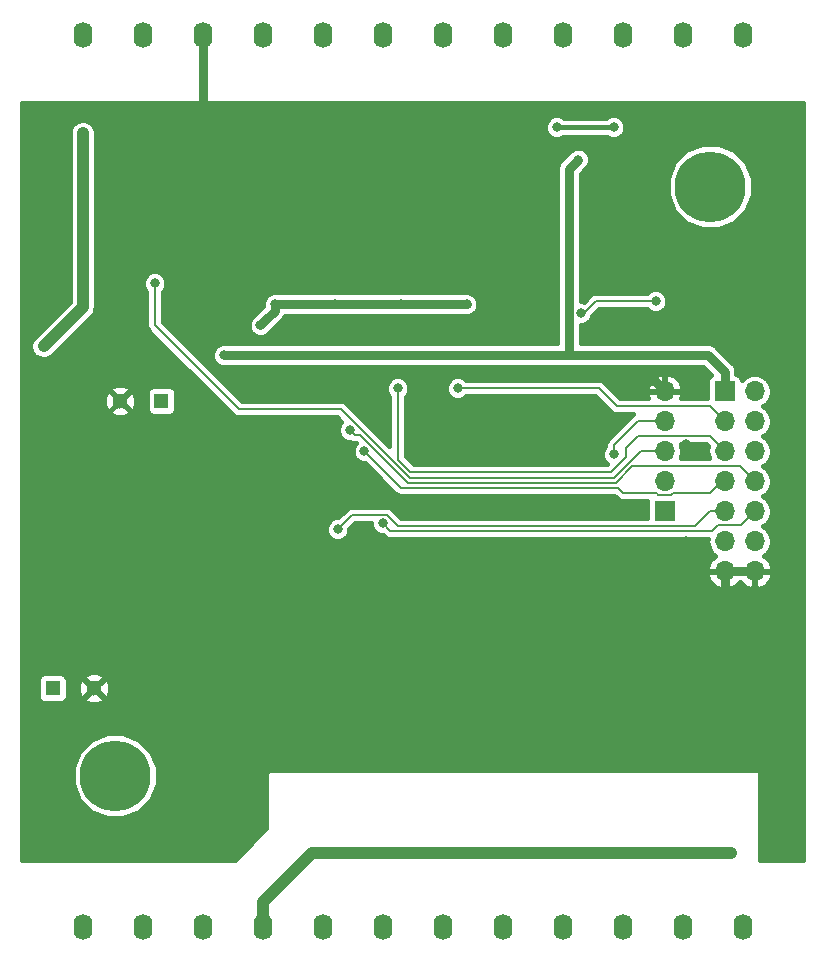
<source format=gbl>
G04 #@! TF.GenerationSoftware,KiCad,Pcbnew,5.0.2*
G04 #@! TF.CreationDate,2018-12-28T21:36:43+01:00*
G04 #@! TF.ProjectId,esp32control,65737033-3263-46f6-9e74-726f6c2e6b69,rev?*
G04 #@! TF.SameCoordinates,Original*
G04 #@! TF.FileFunction,Copper,L2,Bot*
G04 #@! TF.FilePolarity,Positive*
%FSLAX46Y46*%
G04 Gerber Fmt 4.6, Leading zero omitted, Abs format (unit mm)*
G04 Created by KiCad (PCBNEW 5.0.2) date Fr 28 Dez 2018 21:36:43 CET*
%MOMM*%
%LPD*%
G01*
G04 APERTURE LIST*
G04 #@! TA.AperFunction,ComponentPad*
%ADD10O,1.600000X2.200000*%
G04 #@! TD*
G04 #@! TA.AperFunction,WasherPad*
%ADD11C,6.000000*%
G04 #@! TD*
G04 #@! TA.AperFunction,ComponentPad*
%ADD12O,1.700000X1.700000*%
G04 #@! TD*
G04 #@! TA.AperFunction,ComponentPad*
%ADD13R,1.700000X1.700000*%
G04 #@! TD*
G04 #@! TA.AperFunction,ComponentPad*
%ADD14C,1.300000*%
G04 #@! TD*
G04 #@! TA.AperFunction,ComponentPad*
%ADD15R,1.300000X1.300000*%
G04 #@! TD*
G04 #@! TA.AperFunction,ViaPad*
%ADD16C,0.800000*%
G04 #@! TD*
G04 #@! TA.AperFunction,Conductor*
%ADD17C,0.800000*%
G04 #@! TD*
G04 #@! TA.AperFunction,Conductor*
%ADD18C,0.600000*%
G04 #@! TD*
G04 #@! TA.AperFunction,Conductor*
%ADD19C,0.200000*%
G04 #@! TD*
G04 #@! TA.AperFunction,Conductor*
%ADD20C,1.000000*%
G04 #@! TD*
G04 #@! TA.AperFunction,Conductor*
%ADD21C,0.400000*%
G04 #@! TD*
G04 APERTURE END LIST*
D10*
G04 #@! TO.P,U11,1*
G04 #@! TO.N,/Vin*
X57368500Y-116868500D03*
G04 #@! TO.P,U11,2*
G04 #@! TO.N,GND*
X62448500Y-116868500D03*
G04 #@! TO.P,U11,3*
G04 #@! TO.N,/VREF*
X67528500Y-116868500D03*
G04 #@! TO.P,U11,4*
G04 #@! TO.N,/GNDA*
X72608500Y-116868500D03*
G04 #@! TO.P,U11,5*
G04 #@! TO.N,/OUT1*
X77688500Y-116868500D03*
G04 #@! TO.P,U11,6*
G04 #@! TO.N,/GNDA*
X82768500Y-116868500D03*
G04 #@! TO.P,U11,7*
G04 #@! TO.N,/OUT2*
X87848500Y-116868500D03*
G04 #@! TO.P,U11,8*
G04 #@! TO.N,/GNDA*
X92928500Y-116868500D03*
G04 #@! TO.P,U11,9*
G04 #@! TO.N,/OUT3*
X98008500Y-116868500D03*
G04 #@! TO.P,U11,10*
G04 #@! TO.N,/GNDA*
X103088500Y-116868500D03*
G04 #@! TO.P,U11,11*
G04 #@! TO.N,/OUT4*
X108168500Y-116868500D03*
G04 #@! TO.P,U11,12*
G04 #@! TO.N,/GNDA*
X113248500Y-116868500D03*
G04 #@! TO.P,U11,13*
G04 #@! TO.N,+24V*
X57368500Y-41368500D03*
G04 #@! TO.P,U11,14*
G04 #@! TO.N,VCOM*
X62448500Y-41368500D03*
G04 #@! TO.P,U11,15*
G04 #@! TO.N,GND*
X67528500Y-41368500D03*
G04 #@! TO.P,U11,16*
G04 #@! TO.N,/IN1*
X72608500Y-41368500D03*
G04 #@! TO.P,U11,17*
G04 #@! TO.N,/IN2*
X77688500Y-41368500D03*
G04 #@! TO.P,U11,18*
G04 #@! TO.N,/IN3*
X82768500Y-41368500D03*
G04 #@! TO.P,U11,19*
G04 #@! TO.N,/IN4*
X87848500Y-41368500D03*
G04 #@! TO.P,U11,20*
G04 #@! TO.N,+3V3*
X92928500Y-41368500D03*
G04 #@! TO.P,U11,21*
G04 #@! TO.N,/+5V*
X98008500Y-41368500D03*
G04 #@! TO.P,U11,22*
G04 #@! TO.N,Net-(R14-Pad2)*
X103088500Y-41368500D03*
G04 #@! TO.P,U11,23*
G04 #@! TO.N,Net-(R15-Pad2)*
X108168500Y-41368500D03*
G04 #@! TO.P,U11,24*
G04 #@! TO.N,GND*
X113248500Y-41368500D03*
D11*
G04 #@! TO.P,U11,*
G04 #@! TO.N,*
X60108500Y-104068500D03*
X110508500Y-54168500D03*
G04 #@! TD*
D12*
G04 #@! TO.P,J1,14*
G04 #@! TO.N,GND*
X114264500Y-86738500D03*
G04 #@! TO.P,J1,13*
X111724500Y-86738500D03*
G04 #@! TO.P,J1,12*
G04 #@! TO.N,/SDA*
X114264500Y-84198500D03*
G04 #@! TO.P,J1,11*
G04 #@! TO.N,/SCL*
X111724500Y-84198500D03*
G04 #@! TO.P,J1,10*
G04 #@! TO.N,/IO5*
X114264500Y-81658500D03*
G04 #@! TO.P,J1,9*
G04 #@! TO.N,/IO4*
X111724500Y-81658500D03*
G04 #@! TO.P,J1,8*
G04 #@! TO.N,/IO27*
X114264500Y-79118500D03*
G04 #@! TO.P,J1,7*
G04 #@! TO.N,/IO26*
X111724500Y-79118500D03*
G04 #@! TO.P,J1,6*
G04 #@! TO.N,/IO25*
X114264500Y-76578500D03*
G04 #@! TO.P,J1,5*
G04 #@! TO.N,/IO33*
X111724500Y-76578500D03*
G04 #@! TO.P,J1,4*
G04 #@! TO.N,/IO32*
X114264500Y-74038500D03*
G04 #@! TO.P,J1,3*
G04 #@! TO.N,/IO39*
X111724500Y-74038500D03*
G04 #@! TO.P,J1,2*
G04 #@! TO.N,/IO36*
X114264500Y-71498500D03*
D13*
G04 #@! TO.P,J1,1*
G04 #@! TO.N,/+5V*
X111724500Y-71498500D03*
G04 #@! TD*
G04 #@! TO.P,P1,1*
G04 #@! TO.N,Net-(P1-Pad1)*
X106640500Y-81658500D03*
D12*
G04 #@! TO.P,P1,2*
G04 #@! TO.N,Net-(P1-Pad2)*
X106640500Y-79118500D03*
G04 #@! TO.P,P1,3*
G04 #@! TO.N,/nReset*
X106640500Y-76578500D03*
G04 #@! TO.P,P1,4*
G04 #@! TO.N,/nBoot*
X106640500Y-74038500D03*
G04 #@! TO.P,P1,5*
G04 #@! TO.N,GND*
X106640500Y-71498500D03*
G04 #@! TD*
D14*
G04 #@! TO.P,C25,2*
G04 #@! TO.N,GND*
X60536000Y-72324000D03*
D15*
G04 #@! TO.P,C25,1*
G04 #@! TO.N,/+5V*
X64036000Y-72324000D03*
G04 #@! TD*
D14*
G04 #@! TO.P,C28,2*
G04 #@! TO.N,GND*
X58328500Y-96644500D03*
D15*
G04 #@! TO.P,C28,1*
G04 #@! TO.N,+24V*
X54828500Y-96644500D03*
G04 #@! TD*
D16*
G04 #@! TO.N,GND*
X80228500Y-95120500D03*
X80228500Y-95120500D03*
X89880500Y-95120500D03*
X100040500Y-95120500D03*
X109438500Y-95120500D03*
X70322500Y-106094000D03*
X67560000Y-110868500D03*
X94178000Y-86738500D03*
X94198500Y-75562500D03*
X94198500Y-72514500D03*
X94198500Y-69974500D03*
X66056000Y-65097000D03*
X70803000Y-57556000D03*
X75910500Y-57274500D03*
X81752500Y-57274500D03*
X86518500Y-57274500D03*
X74132500Y-94866492D03*
X67794500Y-90282500D03*
X112994500Y-47368500D03*
X100802500Y-58067992D03*
X56416000Y-86992500D03*
X74386504Y-70355500D03*
X115534500Y-110614500D03*
X117820500Y-110614500D03*
X117820500Y-107058500D03*
X117820500Y-99692500D03*
X118074500Y-92072500D03*
X118074500Y-84198500D03*
X118074500Y-74038500D03*
X118074500Y-63878500D03*
X118074500Y-56004500D03*
X118074500Y-47622500D03*
X52796500Y-66418500D03*
X52542500Y-57782500D03*
X53050500Y-101978500D03*
X53050500Y-89278500D03*
X103850500Y-89532500D03*
X108422500Y-84198500D03*
X78450500Y-80642500D03*
X78958500Y-70482500D03*
X81498500Y-62608500D03*
X101202499Y-52702500D03*
X106390500Y-47368500D03*
X105882500Y-61338500D03*
X91658500Y-75562500D03*
X78450500Y-77340500D03*
X63464500Y-57782500D03*
X75148500Y-65656500D03*
X108422500Y-76008510D03*
X67782500Y-57782500D03*
X74640500Y-86484500D03*
X76672500Y-83182500D03*
X70322500Y-102994500D03*
X74640500Y-88516500D03*
G04 #@! TO.N,+3V3*
X73624500Y-64132500D03*
X89880500Y-64132500D03*
X84292500Y-64132500D03*
X78704500Y-64132500D03*
X72416490Y-65910516D03*
G04 #@! TO.N,/nReset*
X63464500Y-62354500D03*
G04 #@! TO.N,+24V*
X57368500Y-49654500D03*
X54066500Y-67688500D03*
G04 #@! TO.N,/nBoot*
X102326494Y-76832500D03*
G04 #@! TO.N,/+5V*
X99330000Y-51889000D03*
X69306504Y-68450500D03*
G04 #@! TO.N,Net-(R14-Pad2)*
X102326500Y-49146500D03*
X97500500Y-49146500D03*
G04 #@! TO.N,/SDA*
X105882500Y-63878500D03*
X99532500Y-64894500D03*
G04 #@! TO.N,/IO5*
X82768500Y-82674500D03*
G04 #@! TO.N,/IO4*
X78958500Y-83182500D03*
G04 #@! TO.N,/IO27*
X79987517Y-74787481D03*
G04 #@! TO.N,/IO26*
X81228668Y-76594332D03*
G04 #@! TO.N,/IO33*
X84038500Y-71244500D03*
G04 #@! TO.N,/IO39*
X89118500Y-71244500D03*
G04 #@! TO.N,/GNDA*
X82419000Y-110614500D03*
X92452000Y-110614500D03*
X102612000Y-110614500D03*
X112264000Y-110614500D03*
G04 #@! TD*
D17*
G04 #@! TO.N,GND*
X100040500Y-95120500D02*
X109438500Y-95120500D01*
X89880500Y-95120500D02*
X94198500Y-95120500D01*
X94198500Y-95120500D02*
X100040500Y-95120500D01*
X82260500Y-95120500D02*
X80228500Y-95120500D01*
X82260500Y-95120500D02*
X89880500Y-95120500D01*
X111724500Y-92834500D02*
X111724500Y-86738500D01*
X109438500Y-95120500D02*
X111724500Y-92834500D01*
X114264500Y-86738500D02*
X111724500Y-86738500D01*
X94178000Y-95100000D02*
X94178000Y-87304185D01*
X94178000Y-87304185D02*
X94178000Y-86738500D01*
X94198500Y-95120500D02*
X94178000Y-95100000D01*
X94198500Y-75562500D02*
X94198500Y-72514500D01*
X103918419Y-70736500D02*
X103156419Y-69974500D01*
X105120500Y-70736500D02*
X103918419Y-70736500D01*
X103156419Y-69974500D02*
X94198500Y-69974500D01*
X80228500Y-95120500D02*
X74386508Y-95120500D01*
X70322500Y-106094000D02*
X74132500Y-102284000D01*
X74132500Y-102284000D02*
X74132500Y-95432177D01*
X74132500Y-95432177D02*
X74132500Y-94866492D01*
X74386508Y-95120500D02*
X74132500Y-94866492D01*
X67528500Y-41368500D02*
X67528500Y-47368500D01*
X67528500Y-47368500D02*
X68798500Y-48638500D01*
X101202499Y-52556501D02*
X101202499Y-52702500D01*
X106390500Y-47368500D02*
X106390500Y-47368500D01*
X101202499Y-57667993D02*
X100802500Y-58067992D01*
X112994500Y-47368500D02*
X106390500Y-47368500D01*
D18*
X67834000Y-65097000D02*
X66056000Y-65097000D01*
X68798500Y-64132500D02*
X67834000Y-65097000D01*
X68826000Y-57556000D02*
X70803000Y-57556000D01*
X68798500Y-57528500D02*
X68826000Y-57556000D01*
X68798500Y-48638500D02*
X68798500Y-57528500D01*
X68798500Y-57583500D02*
X68826000Y-57556000D01*
X68798500Y-58290500D02*
X68798500Y-57583500D01*
X68798500Y-57782500D02*
X68798500Y-58290500D01*
X68798500Y-58290500D02*
X68798500Y-64132500D01*
D17*
X101202499Y-52702500D02*
X101202499Y-57667993D01*
X106390500Y-47368500D02*
X101202499Y-52556501D01*
X105208499Y-70648501D02*
X105120500Y-70736500D01*
X105790501Y-70648501D02*
X105208499Y-70648501D01*
X106640500Y-71498500D02*
X105790501Y-70648501D01*
G04 #@! TO.N,+3V3*
X73624500Y-64132500D02*
X89880500Y-64132500D01*
X73624500Y-64132500D02*
X73624500Y-64702506D01*
X72816489Y-65510517D02*
X72416490Y-65910516D01*
X73624500Y-64702506D02*
X72816489Y-65510517D01*
D19*
G04 #@! TO.N,/nReset*
X70576500Y-73022500D02*
X63464500Y-65910500D01*
X85054500Y-78864500D02*
X79212500Y-73022500D01*
X63464500Y-65910500D02*
X63464500Y-62354500D01*
X102326500Y-78864500D02*
X85054500Y-78864500D01*
X79212500Y-73022500D02*
X70576500Y-73022500D01*
X106640500Y-76578500D02*
X105438419Y-76578500D01*
X105438419Y-76578500D02*
X104612500Y-76578500D01*
X104612500Y-76578500D02*
X102326500Y-78864500D01*
D20*
G04 #@! TO.N,+24V*
X57368500Y-49654500D02*
X57368500Y-64386500D01*
X57368500Y-64386500D02*
X54066500Y-67688500D01*
D19*
G04 #@! TO.N,/nBoot*
X102326494Y-76070506D02*
X102326494Y-76266815D01*
X102326494Y-76266815D02*
X102326494Y-76832500D01*
X104358500Y-74038500D02*
X102326494Y-76070506D01*
X106640500Y-74038500D02*
X104358500Y-74038500D01*
D17*
G04 #@! TO.N,/+5V*
X111724500Y-69848500D02*
X111724500Y-71498500D01*
X110326500Y-68450500D02*
X111724500Y-69848500D01*
X98532499Y-68212499D02*
X98770500Y-68450500D01*
X98532499Y-52686501D02*
X98532499Y-68212499D01*
X99330000Y-51889000D02*
X98532499Y-52686501D01*
X98770500Y-68450500D02*
X110326500Y-68450500D01*
X98770500Y-68450500D02*
X69306504Y-68450500D01*
D21*
G04 #@! TO.N,Net-(R14-Pad2)*
X102326500Y-49146500D02*
X97500500Y-49146500D01*
D19*
G04 #@! TO.N,/SDA*
X105882500Y-63878500D02*
X100802500Y-63878500D01*
X99786500Y-64894500D02*
X99532500Y-64894500D01*
X100802500Y-63878500D02*
X99786500Y-64894500D01*
G04 #@! TO.N,/IO5*
X83422511Y-83328511D02*
X110652489Y-83328511D01*
X111172499Y-82808501D02*
X113114499Y-82808501D01*
X113114499Y-82808501D02*
X113414501Y-82508499D01*
X110652489Y-83328511D02*
X111172499Y-82808501D01*
X113414501Y-82508499D02*
X114264500Y-81658500D01*
X82768500Y-82674500D02*
X83422511Y-83328511D01*
G04 #@! TO.N,/IO4*
X110522419Y-81658500D02*
X111724500Y-81658500D01*
X78958500Y-83182500D02*
X80166501Y-81974499D01*
X80166501Y-81974499D02*
X83104501Y-81974499D01*
X109252419Y-82928500D02*
X110522419Y-81658500D01*
X83104501Y-81974499D02*
X84058502Y-82928500D01*
X84058502Y-82928500D02*
X109252419Y-82928500D01*
G04 #@! TO.N,/IO27*
X80387516Y-75187480D02*
X79987517Y-74787481D01*
X84888811Y-79264511D02*
X80811780Y-75187480D01*
X114264500Y-79118500D02*
X112994500Y-77848500D01*
X112994500Y-77848500D02*
X103908200Y-77848500D01*
X102492189Y-79264511D02*
X84888811Y-79264511D01*
X80811780Y-75187480D02*
X80387516Y-75187480D01*
X103908200Y-77848500D02*
X102492189Y-79264511D01*
G04 #@! TO.N,/IO26*
X84298858Y-79664522D02*
X81628667Y-76994331D01*
X102657878Y-79664522D02*
X84298858Y-79664522D01*
X81628667Y-76994331D02*
X81228668Y-76594332D01*
X103127856Y-80134500D02*
X102657878Y-79664522D01*
X105954498Y-80134500D02*
X103127856Y-80134500D01*
X106088499Y-80268501D02*
X105954498Y-80134500D01*
X111470500Y-79118500D02*
X110454500Y-80134500D01*
X110454500Y-80134500D02*
X107326502Y-80134500D01*
X107326502Y-80134500D02*
X107192501Y-80268501D01*
X107192501Y-80268501D02*
X106088499Y-80268501D01*
G04 #@! TO.N,/IO33*
X110454500Y-75308500D02*
X111724500Y-76578500D01*
X104358500Y-75308500D02*
X110454500Y-75308500D01*
X103400200Y-77028800D02*
X103400200Y-76266800D01*
X84038500Y-71244500D02*
X84038500Y-77282802D01*
X103400200Y-76266800D02*
X104358500Y-75308500D01*
X84038500Y-77282802D02*
X85112198Y-78356500D01*
X102072500Y-78356500D02*
X103400200Y-77028800D01*
X85112198Y-78356500D02*
X102072500Y-78356500D01*
G04 #@! TO.N,/IO39*
X90642500Y-71244500D02*
X89118500Y-71244500D01*
X111724500Y-74038500D02*
X110454500Y-72768500D01*
X110454500Y-72768500D02*
X102580500Y-72768500D01*
X101056500Y-71244500D02*
X90642500Y-71244500D01*
X102580500Y-72768500D02*
X101056500Y-71244500D01*
D20*
G04 #@! TO.N,/GNDA*
X72608500Y-114768500D02*
X76762500Y-110614500D01*
X72608500Y-116868500D02*
X72608500Y-114768500D01*
X76762500Y-110614500D02*
X92420500Y-110614500D01*
X92420500Y-110614500D02*
X102580500Y-110614500D01*
X102580500Y-110614500D02*
X112232500Y-110614500D01*
G04 #@! TD*
D21*
G04 #@! TO.N,GND*
G36*
X118382500Y-111176500D02*
X114718500Y-111176500D01*
X114718500Y-103756500D01*
X114703276Y-103679963D01*
X114659921Y-103615079D01*
X114595037Y-103571724D01*
X114518500Y-103556500D01*
X73116500Y-103556500D01*
X73039963Y-103571724D01*
X72975079Y-103615079D01*
X72931724Y-103679963D01*
X72916500Y-103756500D01*
X72916500Y-108499658D01*
X70239658Y-111176500D01*
X52234500Y-111176500D01*
X52234500Y-103352416D01*
X56508500Y-103352416D01*
X56508500Y-104784584D01*
X57056568Y-106107736D01*
X58069264Y-107120432D01*
X59392416Y-107668500D01*
X60824584Y-107668500D01*
X62147736Y-107120432D01*
X63160432Y-106107736D01*
X63708500Y-104784584D01*
X63708500Y-103352416D01*
X63160432Y-102029264D01*
X62147736Y-101016568D01*
X60824584Y-100468500D01*
X59392416Y-100468500D01*
X58069264Y-101016568D01*
X57056568Y-102029264D01*
X56508500Y-103352416D01*
X52234500Y-103352416D01*
X52234500Y-95994500D01*
X53566746Y-95994500D01*
X53566746Y-97294500D01*
X53613313Y-97528608D01*
X53745925Y-97727075D01*
X53944392Y-97859687D01*
X54178500Y-97906254D01*
X55478500Y-97906254D01*
X55712608Y-97859687D01*
X55911075Y-97727075D01*
X56038924Y-97535735D01*
X57513632Y-97535735D01*
X57558955Y-97795557D01*
X58058024Y-98002430D01*
X58598270Y-98002571D01*
X59097446Y-97795957D01*
X59098045Y-97795557D01*
X59143368Y-97535735D01*
X58328500Y-96720868D01*
X57513632Y-97535735D01*
X56038924Y-97535735D01*
X56043687Y-97528608D01*
X56090254Y-97294500D01*
X56090254Y-96914270D01*
X56970429Y-96914270D01*
X57177043Y-97413446D01*
X57177443Y-97414045D01*
X57437265Y-97459368D01*
X58252132Y-96644500D01*
X58404868Y-96644500D01*
X59219735Y-97459368D01*
X59479557Y-97414045D01*
X59686430Y-96914976D01*
X59686571Y-96374730D01*
X59479957Y-95875554D01*
X59479557Y-95874955D01*
X59219735Y-95829632D01*
X58404868Y-96644500D01*
X58252132Y-96644500D01*
X57437265Y-95829632D01*
X57177443Y-95874955D01*
X56970570Y-96374024D01*
X56970429Y-96914270D01*
X56090254Y-96914270D01*
X56090254Y-95994500D01*
X56043687Y-95760392D01*
X56038925Y-95753265D01*
X57513632Y-95753265D01*
X58328500Y-96568132D01*
X59143368Y-95753265D01*
X59098045Y-95493443D01*
X58598976Y-95286570D01*
X58058730Y-95286429D01*
X57559554Y-95493043D01*
X57558955Y-95493443D01*
X57513632Y-95753265D01*
X56038925Y-95753265D01*
X55911075Y-95561925D01*
X55712608Y-95429313D01*
X55478500Y-95382746D01*
X54178500Y-95382746D01*
X53944392Y-95429313D01*
X53745925Y-95561925D01*
X53613313Y-95760392D01*
X53566746Y-95994500D01*
X52234500Y-95994500D01*
X52234500Y-87035414D01*
X110195054Y-87035414D01*
X110197849Y-87049482D01*
X110433066Y-87610034D01*
X110864892Y-88037903D01*
X111427586Y-88267950D01*
X111670500Y-88118568D01*
X111670500Y-86792500D01*
X111778500Y-86792500D01*
X111778500Y-88118568D01*
X112021414Y-88267950D01*
X112584108Y-88037903D01*
X112994500Y-87631272D01*
X113404892Y-88037903D01*
X113967586Y-88267950D01*
X114210500Y-88118568D01*
X114210500Y-86792500D01*
X114318500Y-86792500D01*
X114318500Y-88118568D01*
X114561414Y-88267950D01*
X115124108Y-88037903D01*
X115555934Y-87610034D01*
X115791151Y-87049482D01*
X115793946Y-87035414D01*
X115644444Y-86792500D01*
X114318500Y-86792500D01*
X114210500Y-86792500D01*
X111778500Y-86792500D01*
X111670500Y-86792500D01*
X110344556Y-86792500D01*
X110195054Y-87035414D01*
X52234500Y-87035414D01*
X52234500Y-73215235D01*
X59721132Y-73215235D01*
X59766455Y-73475057D01*
X60265524Y-73681930D01*
X60805770Y-73682071D01*
X61304946Y-73475457D01*
X61305545Y-73475057D01*
X61350868Y-73215235D01*
X60536000Y-72400368D01*
X59721132Y-73215235D01*
X52234500Y-73215235D01*
X52234500Y-72593770D01*
X59177929Y-72593770D01*
X59384543Y-73092946D01*
X59384943Y-73093545D01*
X59644765Y-73138868D01*
X60459632Y-72324000D01*
X60612368Y-72324000D01*
X61427235Y-73138868D01*
X61687057Y-73093545D01*
X61893930Y-72594476D01*
X61894071Y-72054230D01*
X61736690Y-71674000D01*
X62774246Y-71674000D01*
X62774246Y-72974000D01*
X62820813Y-73208108D01*
X62953425Y-73406575D01*
X63151892Y-73539187D01*
X63386000Y-73585754D01*
X64686000Y-73585754D01*
X64920108Y-73539187D01*
X65118575Y-73406575D01*
X65251187Y-73208108D01*
X65297754Y-72974000D01*
X65297754Y-71674000D01*
X65251187Y-71439892D01*
X65118575Y-71241425D01*
X64920108Y-71108813D01*
X64686000Y-71062246D01*
X63386000Y-71062246D01*
X63151892Y-71108813D01*
X62953425Y-71241425D01*
X62820813Y-71439892D01*
X62774246Y-71674000D01*
X61736690Y-71674000D01*
X61687457Y-71555054D01*
X61687057Y-71554455D01*
X61427235Y-71509132D01*
X60612368Y-72324000D01*
X60459632Y-72324000D01*
X59644765Y-71509132D01*
X59384943Y-71554455D01*
X59178070Y-72053524D01*
X59177929Y-72593770D01*
X52234500Y-72593770D01*
X52234500Y-71432765D01*
X59721132Y-71432765D01*
X60536000Y-72247632D01*
X61350868Y-71432765D01*
X61305545Y-71172943D01*
X60806476Y-70966070D01*
X60266230Y-70965929D01*
X59767054Y-71172543D01*
X59766455Y-71172943D01*
X59721132Y-71432765D01*
X52234500Y-71432765D01*
X52234500Y-67688500D01*
X52944950Y-67688500D01*
X53030323Y-68117698D01*
X53273445Y-68481555D01*
X53637302Y-68724677D01*
X54066500Y-68810050D01*
X54495698Y-68724677D01*
X54767710Y-68542924D01*
X58069709Y-65240926D01*
X58161556Y-65179556D01*
X58404677Y-64815699D01*
X58451859Y-64578500D01*
X58490050Y-64386501D01*
X58468500Y-64278162D01*
X58468500Y-62155588D01*
X62464500Y-62155588D01*
X62464500Y-62553412D01*
X62616741Y-62920954D01*
X62764501Y-63068714D01*
X62764500Y-65841565D01*
X62750788Y-65910500D01*
X62764500Y-65979435D01*
X62764500Y-65979439D01*
X62805115Y-66183625D01*
X62959829Y-66415170D01*
X63018274Y-66454222D01*
X70032777Y-73468726D01*
X70071829Y-73527171D01*
X70303374Y-73681885D01*
X70507560Y-73722500D01*
X70507565Y-73722500D01*
X70576500Y-73736212D01*
X70645435Y-73722500D01*
X78922552Y-73722500D01*
X79280418Y-74080367D01*
X79139758Y-74221027D01*
X78987517Y-74588569D01*
X78987517Y-74986393D01*
X79139758Y-75353935D01*
X79421063Y-75635240D01*
X79788605Y-75787481D01*
X80025516Y-75787481D01*
X80114390Y-75846865D01*
X80318576Y-75887480D01*
X80318580Y-75887480D01*
X80387515Y-75901192D01*
X80456450Y-75887480D01*
X80521307Y-75887480D01*
X80380909Y-76027878D01*
X80228668Y-76395420D01*
X80228668Y-76793244D01*
X80380909Y-77160786D01*
X80662214Y-77442091D01*
X81029756Y-77594332D01*
X81238720Y-77594332D01*
X83755137Y-80110751D01*
X83794187Y-80169193D01*
X83852629Y-80208243D01*
X83852630Y-80208244D01*
X83905115Y-80243313D01*
X84025732Y-80323907D01*
X84229918Y-80364522D01*
X84229922Y-80364522D01*
X84298857Y-80378234D01*
X84367792Y-80364522D01*
X102367930Y-80364522D01*
X102584133Y-80580726D01*
X102623185Y-80639171D01*
X102854730Y-80793885D01*
X103058916Y-80834500D01*
X103058920Y-80834500D01*
X103127855Y-80848212D01*
X103196790Y-80834500D01*
X105178746Y-80834500D01*
X105178746Y-82228500D01*
X84348451Y-82228500D01*
X83648225Y-81528275D01*
X83609172Y-81469828D01*
X83377627Y-81315114D01*
X83173441Y-81274499D01*
X83173436Y-81274499D01*
X83104501Y-81260787D01*
X83035566Y-81274499D01*
X80235435Y-81274499D01*
X80166500Y-81260787D01*
X80097565Y-81274499D01*
X80097561Y-81274499D01*
X79893375Y-81315114D01*
X79893373Y-81315115D01*
X79893374Y-81315115D01*
X79720273Y-81430777D01*
X79720272Y-81430778D01*
X79661830Y-81469828D01*
X79622780Y-81528270D01*
X78968551Y-82182500D01*
X78759588Y-82182500D01*
X78392046Y-82334741D01*
X78110741Y-82616046D01*
X77958500Y-82983588D01*
X77958500Y-83381412D01*
X78110741Y-83748954D01*
X78392046Y-84030259D01*
X78759588Y-84182500D01*
X79157412Y-84182500D01*
X79524954Y-84030259D01*
X79806259Y-83748954D01*
X79958500Y-83381412D01*
X79958500Y-83172449D01*
X80456451Y-82674499D01*
X81768500Y-82674499D01*
X81768500Y-82873412D01*
X81920741Y-83240954D01*
X82202046Y-83522259D01*
X82569588Y-83674500D01*
X82778551Y-83674500D01*
X82878788Y-83774737D01*
X82917840Y-83833182D01*
X83149385Y-83987896D01*
X83353571Y-84028511D01*
X83353575Y-84028511D01*
X83422510Y-84042223D01*
X83491445Y-84028511D01*
X110279906Y-84028511D01*
X110246093Y-84198500D01*
X110358630Y-84764262D01*
X110679108Y-85243892D01*
X110930879Y-85412120D01*
X110864892Y-85439097D01*
X110433066Y-85866966D01*
X110197849Y-86427518D01*
X110195054Y-86441586D01*
X110344556Y-86684500D01*
X111670500Y-86684500D01*
X111670500Y-86664500D01*
X111778500Y-86664500D01*
X111778500Y-86684500D01*
X114210500Y-86684500D01*
X114210500Y-86664500D01*
X114318500Y-86664500D01*
X114318500Y-86684500D01*
X115644444Y-86684500D01*
X115793946Y-86441586D01*
X115791151Y-86427518D01*
X115555934Y-85866966D01*
X115124108Y-85439097D01*
X115058121Y-85412120D01*
X115309892Y-85243892D01*
X115630370Y-84764262D01*
X115742907Y-84198500D01*
X115630370Y-83632738D01*
X115309892Y-83153108D01*
X114973742Y-82928500D01*
X115309892Y-82703892D01*
X115630370Y-82224262D01*
X115742907Y-81658500D01*
X115630370Y-81092738D01*
X115309892Y-80613108D01*
X114973742Y-80388500D01*
X115309892Y-80163892D01*
X115630370Y-79684262D01*
X115742907Y-79118500D01*
X115630370Y-78552738D01*
X115309892Y-78073108D01*
X114973742Y-77848500D01*
X115309892Y-77623892D01*
X115630370Y-77144262D01*
X115742907Y-76578500D01*
X115630370Y-76012738D01*
X115309892Y-75533108D01*
X114973742Y-75308500D01*
X115309892Y-75083892D01*
X115630370Y-74604262D01*
X115742907Y-74038500D01*
X115630370Y-73472738D01*
X115309892Y-72993108D01*
X114973742Y-72768500D01*
X115309892Y-72543892D01*
X115630370Y-72064262D01*
X115742907Y-71498500D01*
X115630370Y-70932738D01*
X115309892Y-70453108D01*
X114830262Y-70132630D01*
X114407312Y-70048500D01*
X114121688Y-70048500D01*
X113698738Y-70132630D01*
X113219108Y-70453108D01*
X113163841Y-70535821D01*
X113139687Y-70414392D01*
X113007075Y-70215925D01*
X112808608Y-70083313D01*
X112724500Y-70066583D01*
X112724500Y-69946990D01*
X112744091Y-69848500D01*
X112717586Y-69715250D01*
X112666479Y-69458319D01*
X112445460Y-69127540D01*
X112361964Y-69071750D01*
X111103254Y-67813042D01*
X111047460Y-67729540D01*
X110716681Y-67508521D01*
X110424990Y-67450500D01*
X110326500Y-67430909D01*
X110228010Y-67450500D01*
X99532499Y-67450500D01*
X99532499Y-65894500D01*
X99731412Y-65894500D01*
X100098954Y-65742259D01*
X100380259Y-65460954D01*
X100500655Y-65170294D01*
X101092449Y-64578500D01*
X105168287Y-64578500D01*
X105316046Y-64726259D01*
X105683588Y-64878500D01*
X106081412Y-64878500D01*
X106448954Y-64726259D01*
X106730259Y-64444954D01*
X106882500Y-64077412D01*
X106882500Y-63679588D01*
X106730259Y-63312046D01*
X106448954Y-63030741D01*
X106081412Y-62878500D01*
X105683588Y-62878500D01*
X105316046Y-63030741D01*
X105168287Y-63178500D01*
X100871435Y-63178500D01*
X100802500Y-63164788D01*
X100733565Y-63178500D01*
X100733560Y-63178500D01*
X100529374Y-63219115D01*
X100297829Y-63373829D01*
X100258777Y-63432274D01*
X99777473Y-63913579D01*
X99731412Y-63894500D01*
X99532499Y-63894500D01*
X99532499Y-53452416D01*
X106908500Y-53452416D01*
X106908500Y-54884584D01*
X107456568Y-56207736D01*
X108469264Y-57220432D01*
X109792416Y-57768500D01*
X111224584Y-57768500D01*
X112547736Y-57220432D01*
X113560432Y-56207736D01*
X114108500Y-54884584D01*
X114108500Y-53452416D01*
X113560432Y-52129264D01*
X112547736Y-51116568D01*
X111224584Y-50568500D01*
X109792416Y-50568500D01*
X108469264Y-51116568D01*
X107456568Y-52129264D01*
X106908500Y-53452416D01*
X99532499Y-53452416D01*
X99532499Y-53100713D01*
X100106749Y-52526464D01*
X100177759Y-52455454D01*
X100216189Y-52362675D01*
X100271979Y-52279180D01*
X100291570Y-52180690D01*
X100330000Y-52087912D01*
X100330000Y-51987490D01*
X100349591Y-51889000D01*
X100330000Y-51790510D01*
X100330000Y-51690088D01*
X100291570Y-51597310D01*
X100271979Y-51498820D01*
X100216189Y-51415325D01*
X100177759Y-51322546D01*
X100106748Y-51251535D01*
X100050959Y-51168041D01*
X99967464Y-51112251D01*
X99896454Y-51041241D01*
X99803675Y-51002811D01*
X99720180Y-50947021D01*
X99621690Y-50927430D01*
X99528912Y-50889000D01*
X99428490Y-50889000D01*
X99330000Y-50869409D01*
X99231510Y-50889000D01*
X99131088Y-50889000D01*
X99038310Y-50927430D01*
X98939820Y-50947021D01*
X98856325Y-51002811D01*
X98763546Y-51041241D01*
X98692536Y-51112251D01*
X97895041Y-51909747D01*
X97811539Y-51965541D01*
X97601973Y-52279180D01*
X97590520Y-52296321D01*
X97512908Y-52686501D01*
X97532499Y-52784991D01*
X97532500Y-67450500D01*
X69107592Y-67450500D01*
X69014814Y-67488930D01*
X68916323Y-67508521D01*
X68832826Y-67564312D01*
X68740050Y-67602741D01*
X68669043Y-67673748D01*
X68585544Y-67729540D01*
X68529752Y-67813039D01*
X68458745Y-67884046D01*
X68420316Y-67976822D01*
X68364525Y-68060319D01*
X68344934Y-68158810D01*
X68306504Y-68251588D01*
X68306504Y-68352010D01*
X68286913Y-68450500D01*
X68306504Y-68548990D01*
X68306504Y-68649412D01*
X68344934Y-68742190D01*
X68364525Y-68840681D01*
X68420316Y-68924178D01*
X68458745Y-69016954D01*
X68529752Y-69087961D01*
X68585544Y-69171460D01*
X68669043Y-69227252D01*
X68740050Y-69298259D01*
X68832826Y-69336688D01*
X68916323Y-69392479D01*
X69014814Y-69412070D01*
X69107592Y-69450500D01*
X98672009Y-69450500D01*
X98770499Y-69470091D01*
X98868989Y-69450500D01*
X109912288Y-69450500D01*
X110583269Y-70121482D01*
X110441925Y-70215925D01*
X110309313Y-70414392D01*
X110262746Y-70648500D01*
X110262746Y-72068500D01*
X108058463Y-72068500D01*
X108167151Y-71809482D01*
X108169946Y-71795414D01*
X108020444Y-71552500D01*
X106694500Y-71552500D01*
X106694500Y-71572500D01*
X106586500Y-71572500D01*
X106586500Y-71552500D01*
X105260556Y-71552500D01*
X105111054Y-71795414D01*
X105113849Y-71809482D01*
X105222537Y-72068500D01*
X102870450Y-72068500D01*
X102003535Y-71201586D01*
X105111054Y-71201586D01*
X105260556Y-71444500D01*
X106586500Y-71444500D01*
X106586500Y-70118432D01*
X106694500Y-70118432D01*
X106694500Y-71444500D01*
X108020444Y-71444500D01*
X108169946Y-71201586D01*
X108167151Y-71187518D01*
X107931934Y-70626966D01*
X107500108Y-70199097D01*
X106937414Y-69969050D01*
X106694500Y-70118432D01*
X106586500Y-70118432D01*
X106343586Y-69969050D01*
X105780892Y-70199097D01*
X105349066Y-70626966D01*
X105113849Y-71187518D01*
X105111054Y-71201586D01*
X102003535Y-71201586D01*
X101600224Y-70798276D01*
X101561171Y-70739829D01*
X101329626Y-70585115D01*
X101125440Y-70544500D01*
X101125435Y-70544500D01*
X101056500Y-70530788D01*
X100987565Y-70544500D01*
X89832713Y-70544500D01*
X89684954Y-70396741D01*
X89317412Y-70244500D01*
X88919588Y-70244500D01*
X88552046Y-70396741D01*
X88270741Y-70678046D01*
X88118500Y-71045588D01*
X88118500Y-71443412D01*
X88270741Y-71810954D01*
X88552046Y-72092259D01*
X88919588Y-72244500D01*
X89317412Y-72244500D01*
X89684954Y-72092259D01*
X89832713Y-71944500D01*
X100766552Y-71944500D01*
X102036779Y-73214729D01*
X102075829Y-73273171D01*
X102134271Y-73312221D01*
X102134272Y-73312222D01*
X102173600Y-73338500D01*
X102307374Y-73427885D01*
X102511560Y-73468500D01*
X102511564Y-73468500D01*
X102580499Y-73482212D01*
X102649434Y-73468500D01*
X103951600Y-73468500D01*
X103912272Y-73494778D01*
X103912271Y-73494779D01*
X103853829Y-73533829D01*
X103814779Y-73592271D01*
X101880268Y-75526784D01*
X101821823Y-75565836D01*
X101667109Y-75797381D01*
X101626494Y-76001567D01*
X101626494Y-76001571D01*
X101612782Y-76070506D01*
X101622984Y-76121797D01*
X101478735Y-76266046D01*
X101326494Y-76633588D01*
X101326494Y-77031412D01*
X101478735Y-77398954D01*
X101736281Y-77656500D01*
X85402147Y-77656500D01*
X84738500Y-76992854D01*
X84738500Y-71958713D01*
X84886259Y-71810954D01*
X85038500Y-71443412D01*
X85038500Y-71045588D01*
X84886259Y-70678046D01*
X84604954Y-70396741D01*
X84237412Y-70244500D01*
X83839588Y-70244500D01*
X83472046Y-70396741D01*
X83190741Y-70678046D01*
X83038500Y-71045588D01*
X83038500Y-71443412D01*
X83190741Y-71810954D01*
X83338500Y-71958713D01*
X83338501Y-76158552D01*
X79756225Y-72576277D01*
X79717171Y-72517829D01*
X79485626Y-72363115D01*
X79281440Y-72322500D01*
X79281435Y-72322500D01*
X79212500Y-72308788D01*
X79143565Y-72322500D01*
X70866449Y-72322500D01*
X64454465Y-65910516D01*
X71396899Y-65910516D01*
X71416490Y-66009006D01*
X71416490Y-66109428D01*
X71454920Y-66202206D01*
X71474511Y-66300696D01*
X71530301Y-66384191D01*
X71568731Y-66476970D01*
X71639742Y-66547981D01*
X71695531Y-66631475D01*
X71779025Y-66687264D01*
X71850036Y-66758275D01*
X71942815Y-66796705D01*
X72026310Y-66852495D01*
X72124800Y-66872086D01*
X72217578Y-66910516D01*
X72318000Y-66910516D01*
X72416490Y-66930107D01*
X72514980Y-66910516D01*
X72615402Y-66910516D01*
X72708180Y-66872086D01*
X72806670Y-66852495D01*
X72890164Y-66796706D01*
X72982944Y-66758275D01*
X73264249Y-66476970D01*
X73264250Y-66476968D01*
X73593238Y-66147980D01*
X74261960Y-65479259D01*
X74345460Y-65423466D01*
X74539877Y-65132500D01*
X90079412Y-65132500D01*
X90172190Y-65094070D01*
X90270681Y-65074479D01*
X90354178Y-65018688D01*
X90446954Y-64980259D01*
X90517961Y-64909252D01*
X90601460Y-64853460D01*
X90657252Y-64769961D01*
X90728259Y-64698954D01*
X90766688Y-64606178D01*
X90822479Y-64522681D01*
X90842070Y-64424190D01*
X90880500Y-64331412D01*
X90880500Y-64230990D01*
X90900091Y-64132500D01*
X90880500Y-64034010D01*
X90880500Y-63933588D01*
X90842070Y-63840810D01*
X90822479Y-63742319D01*
X90766688Y-63658822D01*
X90728259Y-63566046D01*
X90657252Y-63495039D01*
X90601460Y-63411540D01*
X90517961Y-63355748D01*
X90446954Y-63284741D01*
X90354178Y-63246312D01*
X90270681Y-63190521D01*
X90172190Y-63170930D01*
X90079412Y-63132500D01*
X73722990Y-63132500D01*
X73624500Y-63112909D01*
X73526010Y-63132500D01*
X73425588Y-63132500D01*
X73332810Y-63170930D01*
X73234319Y-63190521D01*
X73150822Y-63246312D01*
X73058046Y-63284741D01*
X72987039Y-63355748D01*
X72903540Y-63411540D01*
X72847748Y-63495039D01*
X72776741Y-63566046D01*
X72738312Y-63658822D01*
X72682521Y-63742319D01*
X72662930Y-63840810D01*
X72624500Y-63933588D01*
X72624500Y-64034010D01*
X72604909Y-64132500D01*
X72624500Y-64230990D01*
X72624500Y-64288293D01*
X72179026Y-64733768D01*
X71850038Y-65062756D01*
X71850036Y-65062757D01*
X71568731Y-65344062D01*
X71530300Y-65436842D01*
X71474511Y-65520336D01*
X71454920Y-65618826D01*
X71416490Y-65711604D01*
X71416490Y-65812026D01*
X71396899Y-65910516D01*
X64454465Y-65910516D01*
X64164500Y-65620552D01*
X64164500Y-63068713D01*
X64312259Y-62920954D01*
X64464500Y-62553412D01*
X64464500Y-62155588D01*
X64312259Y-61788046D01*
X64030954Y-61506741D01*
X63663412Y-61354500D01*
X63265588Y-61354500D01*
X62898046Y-61506741D01*
X62616741Y-61788046D01*
X62464500Y-62155588D01*
X58468500Y-62155588D01*
X58468500Y-49546161D01*
X58404677Y-49225301D01*
X58219116Y-48947588D01*
X96500500Y-48947588D01*
X96500500Y-49345412D01*
X96652741Y-49712954D01*
X96934046Y-49994259D01*
X97301588Y-50146500D01*
X97699412Y-50146500D01*
X98066954Y-49994259D01*
X98114713Y-49946500D01*
X101712287Y-49946500D01*
X101760046Y-49994259D01*
X102127588Y-50146500D01*
X102525412Y-50146500D01*
X102892954Y-49994259D01*
X103174259Y-49712954D01*
X103326500Y-49345412D01*
X103326500Y-48947588D01*
X103174259Y-48580046D01*
X102892954Y-48298741D01*
X102525412Y-48146500D01*
X102127588Y-48146500D01*
X101760046Y-48298741D01*
X101712287Y-48346500D01*
X98114713Y-48346500D01*
X98066954Y-48298741D01*
X97699412Y-48146500D01*
X97301588Y-48146500D01*
X96934046Y-48298741D01*
X96652741Y-48580046D01*
X96500500Y-48947588D01*
X58219116Y-48947588D01*
X58161556Y-48861444D01*
X57797698Y-48618323D01*
X57368500Y-48532950D01*
X56939301Y-48618323D01*
X56575444Y-48861444D01*
X56332323Y-49225302D01*
X56268500Y-49546162D01*
X56268501Y-63930864D01*
X53212076Y-66987290D01*
X53030323Y-67259302D01*
X52944950Y-67688500D01*
X52234500Y-67688500D01*
X52234500Y-47060500D01*
X118382500Y-47060500D01*
X118382500Y-111176500D01*
X118382500Y-111176500D01*
G37*
X118382500Y-111176500D02*
X114718500Y-111176500D01*
X114718500Y-103756500D01*
X114703276Y-103679963D01*
X114659921Y-103615079D01*
X114595037Y-103571724D01*
X114518500Y-103556500D01*
X73116500Y-103556500D01*
X73039963Y-103571724D01*
X72975079Y-103615079D01*
X72931724Y-103679963D01*
X72916500Y-103756500D01*
X72916500Y-108499658D01*
X70239658Y-111176500D01*
X52234500Y-111176500D01*
X52234500Y-103352416D01*
X56508500Y-103352416D01*
X56508500Y-104784584D01*
X57056568Y-106107736D01*
X58069264Y-107120432D01*
X59392416Y-107668500D01*
X60824584Y-107668500D01*
X62147736Y-107120432D01*
X63160432Y-106107736D01*
X63708500Y-104784584D01*
X63708500Y-103352416D01*
X63160432Y-102029264D01*
X62147736Y-101016568D01*
X60824584Y-100468500D01*
X59392416Y-100468500D01*
X58069264Y-101016568D01*
X57056568Y-102029264D01*
X56508500Y-103352416D01*
X52234500Y-103352416D01*
X52234500Y-95994500D01*
X53566746Y-95994500D01*
X53566746Y-97294500D01*
X53613313Y-97528608D01*
X53745925Y-97727075D01*
X53944392Y-97859687D01*
X54178500Y-97906254D01*
X55478500Y-97906254D01*
X55712608Y-97859687D01*
X55911075Y-97727075D01*
X56038924Y-97535735D01*
X57513632Y-97535735D01*
X57558955Y-97795557D01*
X58058024Y-98002430D01*
X58598270Y-98002571D01*
X59097446Y-97795957D01*
X59098045Y-97795557D01*
X59143368Y-97535735D01*
X58328500Y-96720868D01*
X57513632Y-97535735D01*
X56038924Y-97535735D01*
X56043687Y-97528608D01*
X56090254Y-97294500D01*
X56090254Y-96914270D01*
X56970429Y-96914270D01*
X57177043Y-97413446D01*
X57177443Y-97414045D01*
X57437265Y-97459368D01*
X58252132Y-96644500D01*
X58404868Y-96644500D01*
X59219735Y-97459368D01*
X59479557Y-97414045D01*
X59686430Y-96914976D01*
X59686571Y-96374730D01*
X59479957Y-95875554D01*
X59479557Y-95874955D01*
X59219735Y-95829632D01*
X58404868Y-96644500D01*
X58252132Y-96644500D01*
X57437265Y-95829632D01*
X57177443Y-95874955D01*
X56970570Y-96374024D01*
X56970429Y-96914270D01*
X56090254Y-96914270D01*
X56090254Y-95994500D01*
X56043687Y-95760392D01*
X56038925Y-95753265D01*
X57513632Y-95753265D01*
X58328500Y-96568132D01*
X59143368Y-95753265D01*
X59098045Y-95493443D01*
X58598976Y-95286570D01*
X58058730Y-95286429D01*
X57559554Y-95493043D01*
X57558955Y-95493443D01*
X57513632Y-95753265D01*
X56038925Y-95753265D01*
X55911075Y-95561925D01*
X55712608Y-95429313D01*
X55478500Y-95382746D01*
X54178500Y-95382746D01*
X53944392Y-95429313D01*
X53745925Y-95561925D01*
X53613313Y-95760392D01*
X53566746Y-95994500D01*
X52234500Y-95994500D01*
X52234500Y-87035414D01*
X110195054Y-87035414D01*
X110197849Y-87049482D01*
X110433066Y-87610034D01*
X110864892Y-88037903D01*
X111427586Y-88267950D01*
X111670500Y-88118568D01*
X111670500Y-86792500D01*
X111778500Y-86792500D01*
X111778500Y-88118568D01*
X112021414Y-88267950D01*
X112584108Y-88037903D01*
X112994500Y-87631272D01*
X113404892Y-88037903D01*
X113967586Y-88267950D01*
X114210500Y-88118568D01*
X114210500Y-86792500D01*
X114318500Y-86792500D01*
X114318500Y-88118568D01*
X114561414Y-88267950D01*
X115124108Y-88037903D01*
X115555934Y-87610034D01*
X115791151Y-87049482D01*
X115793946Y-87035414D01*
X115644444Y-86792500D01*
X114318500Y-86792500D01*
X114210500Y-86792500D01*
X111778500Y-86792500D01*
X111670500Y-86792500D01*
X110344556Y-86792500D01*
X110195054Y-87035414D01*
X52234500Y-87035414D01*
X52234500Y-73215235D01*
X59721132Y-73215235D01*
X59766455Y-73475057D01*
X60265524Y-73681930D01*
X60805770Y-73682071D01*
X61304946Y-73475457D01*
X61305545Y-73475057D01*
X61350868Y-73215235D01*
X60536000Y-72400368D01*
X59721132Y-73215235D01*
X52234500Y-73215235D01*
X52234500Y-72593770D01*
X59177929Y-72593770D01*
X59384543Y-73092946D01*
X59384943Y-73093545D01*
X59644765Y-73138868D01*
X60459632Y-72324000D01*
X60612368Y-72324000D01*
X61427235Y-73138868D01*
X61687057Y-73093545D01*
X61893930Y-72594476D01*
X61894071Y-72054230D01*
X61736690Y-71674000D01*
X62774246Y-71674000D01*
X62774246Y-72974000D01*
X62820813Y-73208108D01*
X62953425Y-73406575D01*
X63151892Y-73539187D01*
X63386000Y-73585754D01*
X64686000Y-73585754D01*
X64920108Y-73539187D01*
X65118575Y-73406575D01*
X65251187Y-73208108D01*
X65297754Y-72974000D01*
X65297754Y-71674000D01*
X65251187Y-71439892D01*
X65118575Y-71241425D01*
X64920108Y-71108813D01*
X64686000Y-71062246D01*
X63386000Y-71062246D01*
X63151892Y-71108813D01*
X62953425Y-71241425D01*
X62820813Y-71439892D01*
X62774246Y-71674000D01*
X61736690Y-71674000D01*
X61687457Y-71555054D01*
X61687057Y-71554455D01*
X61427235Y-71509132D01*
X60612368Y-72324000D01*
X60459632Y-72324000D01*
X59644765Y-71509132D01*
X59384943Y-71554455D01*
X59178070Y-72053524D01*
X59177929Y-72593770D01*
X52234500Y-72593770D01*
X52234500Y-71432765D01*
X59721132Y-71432765D01*
X60536000Y-72247632D01*
X61350868Y-71432765D01*
X61305545Y-71172943D01*
X60806476Y-70966070D01*
X60266230Y-70965929D01*
X59767054Y-71172543D01*
X59766455Y-71172943D01*
X59721132Y-71432765D01*
X52234500Y-71432765D01*
X52234500Y-67688500D01*
X52944950Y-67688500D01*
X53030323Y-68117698D01*
X53273445Y-68481555D01*
X53637302Y-68724677D01*
X54066500Y-68810050D01*
X54495698Y-68724677D01*
X54767710Y-68542924D01*
X58069709Y-65240926D01*
X58161556Y-65179556D01*
X58404677Y-64815699D01*
X58451859Y-64578500D01*
X58490050Y-64386501D01*
X58468500Y-64278162D01*
X58468500Y-62155588D01*
X62464500Y-62155588D01*
X62464500Y-62553412D01*
X62616741Y-62920954D01*
X62764501Y-63068714D01*
X62764500Y-65841565D01*
X62750788Y-65910500D01*
X62764500Y-65979435D01*
X62764500Y-65979439D01*
X62805115Y-66183625D01*
X62959829Y-66415170D01*
X63018274Y-66454222D01*
X70032777Y-73468726D01*
X70071829Y-73527171D01*
X70303374Y-73681885D01*
X70507560Y-73722500D01*
X70507565Y-73722500D01*
X70576500Y-73736212D01*
X70645435Y-73722500D01*
X78922552Y-73722500D01*
X79280418Y-74080367D01*
X79139758Y-74221027D01*
X78987517Y-74588569D01*
X78987517Y-74986393D01*
X79139758Y-75353935D01*
X79421063Y-75635240D01*
X79788605Y-75787481D01*
X80025516Y-75787481D01*
X80114390Y-75846865D01*
X80318576Y-75887480D01*
X80318580Y-75887480D01*
X80387515Y-75901192D01*
X80456450Y-75887480D01*
X80521307Y-75887480D01*
X80380909Y-76027878D01*
X80228668Y-76395420D01*
X80228668Y-76793244D01*
X80380909Y-77160786D01*
X80662214Y-77442091D01*
X81029756Y-77594332D01*
X81238720Y-77594332D01*
X83755137Y-80110751D01*
X83794187Y-80169193D01*
X83852629Y-80208243D01*
X83852630Y-80208244D01*
X83905115Y-80243313D01*
X84025732Y-80323907D01*
X84229918Y-80364522D01*
X84229922Y-80364522D01*
X84298857Y-80378234D01*
X84367792Y-80364522D01*
X102367930Y-80364522D01*
X102584133Y-80580726D01*
X102623185Y-80639171D01*
X102854730Y-80793885D01*
X103058916Y-80834500D01*
X103058920Y-80834500D01*
X103127855Y-80848212D01*
X103196790Y-80834500D01*
X105178746Y-80834500D01*
X105178746Y-82228500D01*
X84348451Y-82228500D01*
X83648225Y-81528275D01*
X83609172Y-81469828D01*
X83377627Y-81315114D01*
X83173441Y-81274499D01*
X83173436Y-81274499D01*
X83104501Y-81260787D01*
X83035566Y-81274499D01*
X80235435Y-81274499D01*
X80166500Y-81260787D01*
X80097565Y-81274499D01*
X80097561Y-81274499D01*
X79893375Y-81315114D01*
X79893373Y-81315115D01*
X79893374Y-81315115D01*
X79720273Y-81430777D01*
X79720272Y-81430778D01*
X79661830Y-81469828D01*
X79622780Y-81528270D01*
X78968551Y-82182500D01*
X78759588Y-82182500D01*
X78392046Y-82334741D01*
X78110741Y-82616046D01*
X77958500Y-82983588D01*
X77958500Y-83381412D01*
X78110741Y-83748954D01*
X78392046Y-84030259D01*
X78759588Y-84182500D01*
X79157412Y-84182500D01*
X79524954Y-84030259D01*
X79806259Y-83748954D01*
X79958500Y-83381412D01*
X79958500Y-83172449D01*
X80456451Y-82674499D01*
X81768500Y-82674499D01*
X81768500Y-82873412D01*
X81920741Y-83240954D01*
X82202046Y-83522259D01*
X82569588Y-83674500D01*
X82778551Y-83674500D01*
X82878788Y-83774737D01*
X82917840Y-83833182D01*
X83149385Y-83987896D01*
X83353571Y-84028511D01*
X83353575Y-84028511D01*
X83422510Y-84042223D01*
X83491445Y-84028511D01*
X110279906Y-84028511D01*
X110246093Y-84198500D01*
X110358630Y-84764262D01*
X110679108Y-85243892D01*
X110930879Y-85412120D01*
X110864892Y-85439097D01*
X110433066Y-85866966D01*
X110197849Y-86427518D01*
X110195054Y-86441586D01*
X110344556Y-86684500D01*
X111670500Y-86684500D01*
X111670500Y-86664500D01*
X111778500Y-86664500D01*
X111778500Y-86684500D01*
X114210500Y-86684500D01*
X114210500Y-86664500D01*
X114318500Y-86664500D01*
X114318500Y-86684500D01*
X115644444Y-86684500D01*
X115793946Y-86441586D01*
X115791151Y-86427518D01*
X115555934Y-85866966D01*
X115124108Y-85439097D01*
X115058121Y-85412120D01*
X115309892Y-85243892D01*
X115630370Y-84764262D01*
X115742907Y-84198500D01*
X115630370Y-83632738D01*
X115309892Y-83153108D01*
X114973742Y-82928500D01*
X115309892Y-82703892D01*
X115630370Y-82224262D01*
X115742907Y-81658500D01*
X115630370Y-81092738D01*
X115309892Y-80613108D01*
X114973742Y-80388500D01*
X115309892Y-80163892D01*
X115630370Y-79684262D01*
X115742907Y-79118500D01*
X115630370Y-78552738D01*
X115309892Y-78073108D01*
X114973742Y-77848500D01*
X115309892Y-77623892D01*
X115630370Y-77144262D01*
X115742907Y-76578500D01*
X115630370Y-76012738D01*
X115309892Y-75533108D01*
X114973742Y-75308500D01*
X115309892Y-75083892D01*
X115630370Y-74604262D01*
X115742907Y-74038500D01*
X115630370Y-73472738D01*
X115309892Y-72993108D01*
X114973742Y-72768500D01*
X115309892Y-72543892D01*
X115630370Y-72064262D01*
X115742907Y-71498500D01*
X115630370Y-70932738D01*
X115309892Y-70453108D01*
X114830262Y-70132630D01*
X114407312Y-70048500D01*
X114121688Y-70048500D01*
X113698738Y-70132630D01*
X113219108Y-70453108D01*
X113163841Y-70535821D01*
X113139687Y-70414392D01*
X113007075Y-70215925D01*
X112808608Y-70083313D01*
X112724500Y-70066583D01*
X112724500Y-69946990D01*
X112744091Y-69848500D01*
X112717586Y-69715250D01*
X112666479Y-69458319D01*
X112445460Y-69127540D01*
X112361964Y-69071750D01*
X111103254Y-67813042D01*
X111047460Y-67729540D01*
X110716681Y-67508521D01*
X110424990Y-67450500D01*
X110326500Y-67430909D01*
X110228010Y-67450500D01*
X99532499Y-67450500D01*
X99532499Y-65894500D01*
X99731412Y-65894500D01*
X100098954Y-65742259D01*
X100380259Y-65460954D01*
X100500655Y-65170294D01*
X101092449Y-64578500D01*
X105168287Y-64578500D01*
X105316046Y-64726259D01*
X105683588Y-64878500D01*
X106081412Y-64878500D01*
X106448954Y-64726259D01*
X106730259Y-64444954D01*
X106882500Y-64077412D01*
X106882500Y-63679588D01*
X106730259Y-63312046D01*
X106448954Y-63030741D01*
X106081412Y-62878500D01*
X105683588Y-62878500D01*
X105316046Y-63030741D01*
X105168287Y-63178500D01*
X100871435Y-63178500D01*
X100802500Y-63164788D01*
X100733565Y-63178500D01*
X100733560Y-63178500D01*
X100529374Y-63219115D01*
X100297829Y-63373829D01*
X100258777Y-63432274D01*
X99777473Y-63913579D01*
X99731412Y-63894500D01*
X99532499Y-63894500D01*
X99532499Y-53452416D01*
X106908500Y-53452416D01*
X106908500Y-54884584D01*
X107456568Y-56207736D01*
X108469264Y-57220432D01*
X109792416Y-57768500D01*
X111224584Y-57768500D01*
X112547736Y-57220432D01*
X113560432Y-56207736D01*
X114108500Y-54884584D01*
X114108500Y-53452416D01*
X113560432Y-52129264D01*
X112547736Y-51116568D01*
X111224584Y-50568500D01*
X109792416Y-50568500D01*
X108469264Y-51116568D01*
X107456568Y-52129264D01*
X106908500Y-53452416D01*
X99532499Y-53452416D01*
X99532499Y-53100713D01*
X100106749Y-52526464D01*
X100177759Y-52455454D01*
X100216189Y-52362675D01*
X100271979Y-52279180D01*
X100291570Y-52180690D01*
X100330000Y-52087912D01*
X100330000Y-51987490D01*
X100349591Y-51889000D01*
X100330000Y-51790510D01*
X100330000Y-51690088D01*
X100291570Y-51597310D01*
X100271979Y-51498820D01*
X100216189Y-51415325D01*
X100177759Y-51322546D01*
X100106748Y-51251535D01*
X100050959Y-51168041D01*
X99967464Y-51112251D01*
X99896454Y-51041241D01*
X99803675Y-51002811D01*
X99720180Y-50947021D01*
X99621690Y-50927430D01*
X99528912Y-50889000D01*
X99428490Y-50889000D01*
X99330000Y-50869409D01*
X99231510Y-50889000D01*
X99131088Y-50889000D01*
X99038310Y-50927430D01*
X98939820Y-50947021D01*
X98856325Y-51002811D01*
X98763546Y-51041241D01*
X98692536Y-51112251D01*
X97895041Y-51909747D01*
X97811539Y-51965541D01*
X97601973Y-52279180D01*
X97590520Y-52296321D01*
X97512908Y-52686501D01*
X97532499Y-52784991D01*
X97532500Y-67450500D01*
X69107592Y-67450500D01*
X69014814Y-67488930D01*
X68916323Y-67508521D01*
X68832826Y-67564312D01*
X68740050Y-67602741D01*
X68669043Y-67673748D01*
X68585544Y-67729540D01*
X68529752Y-67813039D01*
X68458745Y-67884046D01*
X68420316Y-67976822D01*
X68364525Y-68060319D01*
X68344934Y-68158810D01*
X68306504Y-68251588D01*
X68306504Y-68352010D01*
X68286913Y-68450500D01*
X68306504Y-68548990D01*
X68306504Y-68649412D01*
X68344934Y-68742190D01*
X68364525Y-68840681D01*
X68420316Y-68924178D01*
X68458745Y-69016954D01*
X68529752Y-69087961D01*
X68585544Y-69171460D01*
X68669043Y-69227252D01*
X68740050Y-69298259D01*
X68832826Y-69336688D01*
X68916323Y-69392479D01*
X69014814Y-69412070D01*
X69107592Y-69450500D01*
X98672009Y-69450500D01*
X98770499Y-69470091D01*
X98868989Y-69450500D01*
X109912288Y-69450500D01*
X110583269Y-70121482D01*
X110441925Y-70215925D01*
X110309313Y-70414392D01*
X110262746Y-70648500D01*
X110262746Y-72068500D01*
X108058463Y-72068500D01*
X108167151Y-71809482D01*
X108169946Y-71795414D01*
X108020444Y-71552500D01*
X106694500Y-71552500D01*
X106694500Y-71572500D01*
X106586500Y-71572500D01*
X106586500Y-71552500D01*
X105260556Y-71552500D01*
X105111054Y-71795414D01*
X105113849Y-71809482D01*
X105222537Y-72068500D01*
X102870450Y-72068500D01*
X102003535Y-71201586D01*
X105111054Y-71201586D01*
X105260556Y-71444500D01*
X106586500Y-71444500D01*
X106586500Y-70118432D01*
X106694500Y-70118432D01*
X106694500Y-71444500D01*
X108020444Y-71444500D01*
X108169946Y-71201586D01*
X108167151Y-71187518D01*
X107931934Y-70626966D01*
X107500108Y-70199097D01*
X106937414Y-69969050D01*
X106694500Y-70118432D01*
X106586500Y-70118432D01*
X106343586Y-69969050D01*
X105780892Y-70199097D01*
X105349066Y-70626966D01*
X105113849Y-71187518D01*
X105111054Y-71201586D01*
X102003535Y-71201586D01*
X101600224Y-70798276D01*
X101561171Y-70739829D01*
X101329626Y-70585115D01*
X101125440Y-70544500D01*
X101125435Y-70544500D01*
X101056500Y-70530788D01*
X100987565Y-70544500D01*
X89832713Y-70544500D01*
X89684954Y-70396741D01*
X89317412Y-70244500D01*
X88919588Y-70244500D01*
X88552046Y-70396741D01*
X88270741Y-70678046D01*
X88118500Y-71045588D01*
X88118500Y-71443412D01*
X88270741Y-71810954D01*
X88552046Y-72092259D01*
X88919588Y-72244500D01*
X89317412Y-72244500D01*
X89684954Y-72092259D01*
X89832713Y-71944500D01*
X100766552Y-71944500D01*
X102036779Y-73214729D01*
X102075829Y-73273171D01*
X102134271Y-73312221D01*
X102134272Y-73312222D01*
X102173600Y-73338500D01*
X102307374Y-73427885D01*
X102511560Y-73468500D01*
X102511564Y-73468500D01*
X102580499Y-73482212D01*
X102649434Y-73468500D01*
X103951600Y-73468500D01*
X103912272Y-73494778D01*
X103912271Y-73494779D01*
X103853829Y-73533829D01*
X103814779Y-73592271D01*
X101880268Y-75526784D01*
X101821823Y-75565836D01*
X101667109Y-75797381D01*
X101626494Y-76001567D01*
X101626494Y-76001571D01*
X101612782Y-76070506D01*
X101622984Y-76121797D01*
X101478735Y-76266046D01*
X101326494Y-76633588D01*
X101326494Y-77031412D01*
X101478735Y-77398954D01*
X101736281Y-77656500D01*
X85402147Y-77656500D01*
X84738500Y-76992854D01*
X84738500Y-71958713D01*
X84886259Y-71810954D01*
X85038500Y-71443412D01*
X85038500Y-71045588D01*
X84886259Y-70678046D01*
X84604954Y-70396741D01*
X84237412Y-70244500D01*
X83839588Y-70244500D01*
X83472046Y-70396741D01*
X83190741Y-70678046D01*
X83038500Y-71045588D01*
X83038500Y-71443412D01*
X83190741Y-71810954D01*
X83338500Y-71958713D01*
X83338501Y-76158552D01*
X79756225Y-72576277D01*
X79717171Y-72517829D01*
X79485626Y-72363115D01*
X79281440Y-72322500D01*
X79281435Y-72322500D01*
X79212500Y-72308788D01*
X79143565Y-72322500D01*
X70866449Y-72322500D01*
X64454465Y-65910516D01*
X71396899Y-65910516D01*
X71416490Y-66009006D01*
X71416490Y-66109428D01*
X71454920Y-66202206D01*
X71474511Y-66300696D01*
X71530301Y-66384191D01*
X71568731Y-66476970D01*
X71639742Y-66547981D01*
X71695531Y-66631475D01*
X71779025Y-66687264D01*
X71850036Y-66758275D01*
X71942815Y-66796705D01*
X72026310Y-66852495D01*
X72124800Y-66872086D01*
X72217578Y-66910516D01*
X72318000Y-66910516D01*
X72416490Y-66930107D01*
X72514980Y-66910516D01*
X72615402Y-66910516D01*
X72708180Y-66872086D01*
X72806670Y-66852495D01*
X72890164Y-66796706D01*
X72982944Y-66758275D01*
X73264249Y-66476970D01*
X73264250Y-66476968D01*
X73593238Y-66147980D01*
X74261960Y-65479259D01*
X74345460Y-65423466D01*
X74539877Y-65132500D01*
X90079412Y-65132500D01*
X90172190Y-65094070D01*
X90270681Y-65074479D01*
X90354178Y-65018688D01*
X90446954Y-64980259D01*
X90517961Y-64909252D01*
X90601460Y-64853460D01*
X90657252Y-64769961D01*
X90728259Y-64698954D01*
X90766688Y-64606178D01*
X90822479Y-64522681D01*
X90842070Y-64424190D01*
X90880500Y-64331412D01*
X90880500Y-64230990D01*
X90900091Y-64132500D01*
X90880500Y-64034010D01*
X90880500Y-63933588D01*
X90842070Y-63840810D01*
X90822479Y-63742319D01*
X90766688Y-63658822D01*
X90728259Y-63566046D01*
X90657252Y-63495039D01*
X90601460Y-63411540D01*
X90517961Y-63355748D01*
X90446954Y-63284741D01*
X90354178Y-63246312D01*
X90270681Y-63190521D01*
X90172190Y-63170930D01*
X90079412Y-63132500D01*
X73722990Y-63132500D01*
X73624500Y-63112909D01*
X73526010Y-63132500D01*
X73425588Y-63132500D01*
X73332810Y-63170930D01*
X73234319Y-63190521D01*
X73150822Y-63246312D01*
X73058046Y-63284741D01*
X72987039Y-63355748D01*
X72903540Y-63411540D01*
X72847748Y-63495039D01*
X72776741Y-63566046D01*
X72738312Y-63658822D01*
X72682521Y-63742319D01*
X72662930Y-63840810D01*
X72624500Y-63933588D01*
X72624500Y-64034010D01*
X72604909Y-64132500D01*
X72624500Y-64230990D01*
X72624500Y-64288293D01*
X72179026Y-64733768D01*
X71850038Y-65062756D01*
X71850036Y-65062757D01*
X71568731Y-65344062D01*
X71530300Y-65436842D01*
X71474511Y-65520336D01*
X71454920Y-65618826D01*
X71416490Y-65711604D01*
X71416490Y-65812026D01*
X71396899Y-65910516D01*
X64454465Y-65910516D01*
X64164500Y-65620552D01*
X64164500Y-63068713D01*
X64312259Y-62920954D01*
X64464500Y-62553412D01*
X64464500Y-62155588D01*
X64312259Y-61788046D01*
X64030954Y-61506741D01*
X63663412Y-61354500D01*
X63265588Y-61354500D01*
X62898046Y-61506741D01*
X62616741Y-61788046D01*
X62464500Y-62155588D01*
X58468500Y-62155588D01*
X58468500Y-49546161D01*
X58404677Y-49225301D01*
X58219116Y-48947588D01*
X96500500Y-48947588D01*
X96500500Y-49345412D01*
X96652741Y-49712954D01*
X96934046Y-49994259D01*
X97301588Y-50146500D01*
X97699412Y-50146500D01*
X98066954Y-49994259D01*
X98114713Y-49946500D01*
X101712287Y-49946500D01*
X101760046Y-49994259D01*
X102127588Y-50146500D01*
X102525412Y-50146500D01*
X102892954Y-49994259D01*
X103174259Y-49712954D01*
X103326500Y-49345412D01*
X103326500Y-48947588D01*
X103174259Y-48580046D01*
X102892954Y-48298741D01*
X102525412Y-48146500D01*
X102127588Y-48146500D01*
X101760046Y-48298741D01*
X101712287Y-48346500D01*
X98114713Y-48346500D01*
X98066954Y-48298741D01*
X97699412Y-48146500D01*
X97301588Y-48146500D01*
X96934046Y-48298741D01*
X96652741Y-48580046D01*
X96500500Y-48947588D01*
X58219116Y-48947588D01*
X58161556Y-48861444D01*
X57797698Y-48618323D01*
X57368500Y-48532950D01*
X56939301Y-48618323D01*
X56575444Y-48861444D01*
X56332323Y-49225302D01*
X56268500Y-49546162D01*
X56268501Y-63930864D01*
X53212076Y-66987290D01*
X53030323Y-67259302D01*
X52944950Y-67688500D01*
X52234500Y-67688500D01*
X52234500Y-47060500D01*
X118382500Y-47060500D01*
X118382500Y-111176500D01*
G36*
X110327133Y-76171082D02*
X110246093Y-76578500D01*
X110358630Y-77144262D01*
X110361462Y-77148500D01*
X108003538Y-77148500D01*
X108006370Y-77144262D01*
X108118907Y-76578500D01*
X108006370Y-76012738D01*
X108003538Y-76008500D01*
X110164552Y-76008500D01*
X110327133Y-76171082D01*
X110327133Y-76171082D01*
G37*
X110327133Y-76171082D02*
X110246093Y-76578500D01*
X110358630Y-77144262D01*
X110361462Y-77148500D01*
X108003538Y-77148500D01*
X108006370Y-77144262D01*
X108118907Y-76578500D01*
X108006370Y-76012738D01*
X108003538Y-76008500D01*
X110164552Y-76008500D01*
X110327133Y-76171082D01*
G04 #@! TD*
M02*

</source>
